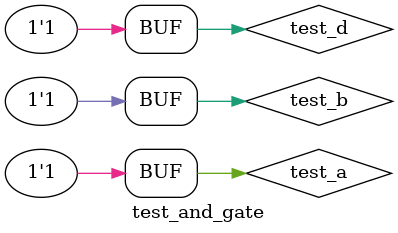
<source format=sv>
module test_and_gate();
	reg test_a;
	
	reg test_d;
	reg test_b;
	wire test_out;
	wire test_out1;
	and_gate dut(.a(test_a),.b(test_b),.out(test_out));
        and_gate dut1(.a(test_d),.b(test_out),.out(test_out1));
	initial begin
		
		test_a=1'b0;
		test_b=1'b0;
		
		test_d=1'b1;
		#5;
		test_a=1'b0;
		test_b=1'b1;
	
		test_d=1'b0;
		#5;
		test_a=1'b1;
		test_b=1'b0;
		
		test_d=1'b1;
		#5;
		test_a=1'b1;
                test_b=1'b1;
	
		test_d=1'b1;
		#5;
	end
	initial begin
	$monitor($time,"in1=%b,in2=%b,out1=%b",test_a,test_b,test_out);
	$monitor($time,"in3=%b,in4=%b,out2=%b",test_d,test_out,test_out1);
	$dumpvars;
	$dumpfile("test.vcd");
	end
endmodule



	

</source>
